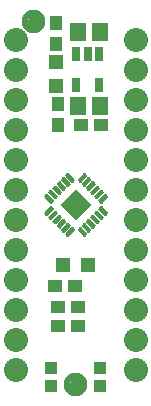
<source format=gbr>
G04 EAGLE Gerber RS-274X export*
G75*
%MOMM*%
%FSLAX34Y34*%
%LPD*%
%INSoldermask Top*%
%IPPOS*%
%AMOC8*
5,1,8,0,0,1.08239X$1,22.5*%
G01*
%ADD10C,1.101600*%
%ADD11C,0.500000*%
%ADD12C,0.240406*%
%ADD13R,1.879600X1.879600*%
%ADD14R,0.651600X1.301600*%
%ADD15R,1.341600X1.601600*%
%ADD16R,1.201600X1.101600*%
%ADD17R,1.001600X1.001600*%
%ADD18R,1.101600X1.201600*%
%ADD19C,2.032000*%
%ADD20R,1.301600X1.301600*%


D10*
X63500Y12700D03*
D11*
X71000Y12700D02*
X70998Y12881D01*
X70991Y13062D01*
X70980Y13243D01*
X70965Y13424D01*
X70945Y13604D01*
X70921Y13784D01*
X70893Y13963D01*
X70860Y14141D01*
X70823Y14318D01*
X70782Y14495D01*
X70737Y14670D01*
X70687Y14845D01*
X70633Y15018D01*
X70575Y15189D01*
X70513Y15360D01*
X70446Y15528D01*
X70376Y15695D01*
X70302Y15861D01*
X70223Y16024D01*
X70141Y16185D01*
X70055Y16345D01*
X69965Y16502D01*
X69871Y16657D01*
X69774Y16810D01*
X69672Y16960D01*
X69568Y17108D01*
X69459Y17254D01*
X69348Y17396D01*
X69232Y17536D01*
X69114Y17673D01*
X68992Y17808D01*
X68867Y17939D01*
X68739Y18067D01*
X68608Y18192D01*
X68473Y18314D01*
X68336Y18432D01*
X68196Y18548D01*
X68054Y18659D01*
X67908Y18768D01*
X67760Y18872D01*
X67610Y18974D01*
X67457Y19071D01*
X67302Y19165D01*
X67145Y19255D01*
X66985Y19341D01*
X66824Y19423D01*
X66661Y19502D01*
X66495Y19576D01*
X66328Y19646D01*
X66160Y19713D01*
X65989Y19775D01*
X65818Y19833D01*
X65645Y19887D01*
X65470Y19937D01*
X65295Y19982D01*
X65118Y20023D01*
X64941Y20060D01*
X64763Y20093D01*
X64584Y20121D01*
X64404Y20145D01*
X64224Y20165D01*
X64043Y20180D01*
X63862Y20191D01*
X63681Y20198D01*
X63500Y20200D01*
X71000Y12700D02*
X70998Y12519D01*
X70991Y12338D01*
X70980Y12157D01*
X70965Y11976D01*
X70945Y11796D01*
X70921Y11616D01*
X70893Y11437D01*
X70860Y11259D01*
X70823Y11082D01*
X70782Y10905D01*
X70737Y10730D01*
X70687Y10555D01*
X70633Y10382D01*
X70575Y10211D01*
X70513Y10040D01*
X70446Y9872D01*
X70376Y9705D01*
X70302Y9539D01*
X70223Y9376D01*
X70141Y9215D01*
X70055Y9055D01*
X69965Y8898D01*
X69871Y8743D01*
X69774Y8590D01*
X69672Y8440D01*
X69568Y8292D01*
X69459Y8146D01*
X69348Y8004D01*
X69232Y7864D01*
X69114Y7727D01*
X68992Y7592D01*
X68867Y7461D01*
X68739Y7333D01*
X68608Y7208D01*
X68473Y7086D01*
X68336Y6968D01*
X68196Y6852D01*
X68054Y6741D01*
X67908Y6632D01*
X67760Y6528D01*
X67610Y6426D01*
X67457Y6329D01*
X67302Y6235D01*
X67145Y6145D01*
X66985Y6059D01*
X66824Y5977D01*
X66661Y5898D01*
X66495Y5824D01*
X66328Y5754D01*
X66160Y5687D01*
X65989Y5625D01*
X65818Y5567D01*
X65645Y5513D01*
X65470Y5463D01*
X65295Y5418D01*
X65118Y5377D01*
X64941Y5340D01*
X64763Y5307D01*
X64584Y5279D01*
X64404Y5255D01*
X64224Y5235D01*
X64043Y5220D01*
X63862Y5209D01*
X63681Y5202D01*
X63500Y5200D01*
X63319Y5202D01*
X63138Y5209D01*
X62957Y5220D01*
X62776Y5235D01*
X62596Y5255D01*
X62416Y5279D01*
X62237Y5307D01*
X62059Y5340D01*
X61882Y5377D01*
X61705Y5418D01*
X61530Y5463D01*
X61355Y5513D01*
X61182Y5567D01*
X61011Y5625D01*
X60840Y5687D01*
X60672Y5754D01*
X60505Y5824D01*
X60339Y5898D01*
X60176Y5977D01*
X60015Y6059D01*
X59855Y6145D01*
X59698Y6235D01*
X59543Y6329D01*
X59390Y6426D01*
X59240Y6528D01*
X59092Y6632D01*
X58946Y6741D01*
X58804Y6852D01*
X58664Y6968D01*
X58527Y7086D01*
X58392Y7208D01*
X58261Y7333D01*
X58133Y7461D01*
X58008Y7592D01*
X57886Y7727D01*
X57768Y7864D01*
X57652Y8004D01*
X57541Y8146D01*
X57432Y8292D01*
X57328Y8440D01*
X57226Y8590D01*
X57129Y8743D01*
X57035Y8898D01*
X56945Y9055D01*
X56859Y9215D01*
X56777Y9376D01*
X56698Y9539D01*
X56624Y9705D01*
X56554Y9872D01*
X56487Y10040D01*
X56425Y10211D01*
X56367Y10382D01*
X56313Y10555D01*
X56263Y10730D01*
X56218Y10905D01*
X56177Y11082D01*
X56140Y11259D01*
X56107Y11437D01*
X56079Y11616D01*
X56055Y11796D01*
X56035Y11976D01*
X56020Y12157D01*
X56009Y12338D01*
X56002Y12519D01*
X56000Y12700D01*
X56002Y12881D01*
X56009Y13062D01*
X56020Y13243D01*
X56035Y13424D01*
X56055Y13604D01*
X56079Y13784D01*
X56107Y13963D01*
X56140Y14141D01*
X56177Y14318D01*
X56218Y14495D01*
X56263Y14670D01*
X56313Y14845D01*
X56367Y15018D01*
X56425Y15189D01*
X56487Y15360D01*
X56554Y15528D01*
X56624Y15695D01*
X56698Y15861D01*
X56777Y16024D01*
X56859Y16185D01*
X56945Y16345D01*
X57035Y16502D01*
X57129Y16657D01*
X57226Y16810D01*
X57328Y16960D01*
X57432Y17108D01*
X57541Y17254D01*
X57652Y17396D01*
X57768Y17536D01*
X57886Y17673D01*
X58008Y17808D01*
X58133Y17939D01*
X58261Y18067D01*
X58392Y18192D01*
X58527Y18314D01*
X58664Y18432D01*
X58804Y18548D01*
X58946Y18659D01*
X59092Y18768D01*
X59240Y18872D01*
X59390Y18974D01*
X59543Y19071D01*
X59698Y19165D01*
X59855Y19255D01*
X60015Y19341D01*
X60176Y19423D01*
X60339Y19502D01*
X60505Y19576D01*
X60672Y19646D01*
X60840Y19713D01*
X61011Y19775D01*
X61182Y19833D01*
X61355Y19887D01*
X61530Y19937D01*
X61705Y19982D01*
X61882Y20023D01*
X62059Y20060D01*
X62237Y20093D01*
X62416Y20121D01*
X62596Y20145D01*
X62776Y20165D01*
X62957Y20180D01*
X63138Y20191D01*
X63319Y20198D01*
X63500Y20200D01*
D10*
X27940Y320040D03*
D11*
X35440Y320040D02*
X35438Y320221D01*
X35431Y320402D01*
X35420Y320583D01*
X35405Y320764D01*
X35385Y320944D01*
X35361Y321124D01*
X35333Y321303D01*
X35300Y321481D01*
X35263Y321658D01*
X35222Y321835D01*
X35177Y322010D01*
X35127Y322185D01*
X35073Y322358D01*
X35015Y322529D01*
X34953Y322700D01*
X34886Y322868D01*
X34816Y323035D01*
X34742Y323201D01*
X34663Y323364D01*
X34581Y323525D01*
X34495Y323685D01*
X34405Y323842D01*
X34311Y323997D01*
X34214Y324150D01*
X34112Y324300D01*
X34008Y324448D01*
X33899Y324594D01*
X33788Y324736D01*
X33672Y324876D01*
X33554Y325013D01*
X33432Y325148D01*
X33307Y325279D01*
X33179Y325407D01*
X33048Y325532D01*
X32913Y325654D01*
X32776Y325772D01*
X32636Y325888D01*
X32494Y325999D01*
X32348Y326108D01*
X32200Y326212D01*
X32050Y326314D01*
X31897Y326411D01*
X31742Y326505D01*
X31585Y326595D01*
X31425Y326681D01*
X31264Y326763D01*
X31101Y326842D01*
X30935Y326916D01*
X30768Y326986D01*
X30600Y327053D01*
X30429Y327115D01*
X30258Y327173D01*
X30085Y327227D01*
X29910Y327277D01*
X29735Y327322D01*
X29558Y327363D01*
X29381Y327400D01*
X29203Y327433D01*
X29024Y327461D01*
X28844Y327485D01*
X28664Y327505D01*
X28483Y327520D01*
X28302Y327531D01*
X28121Y327538D01*
X27940Y327540D01*
X35440Y320040D02*
X35438Y319859D01*
X35431Y319678D01*
X35420Y319497D01*
X35405Y319316D01*
X35385Y319136D01*
X35361Y318956D01*
X35333Y318777D01*
X35300Y318599D01*
X35263Y318422D01*
X35222Y318245D01*
X35177Y318070D01*
X35127Y317895D01*
X35073Y317722D01*
X35015Y317551D01*
X34953Y317380D01*
X34886Y317212D01*
X34816Y317045D01*
X34742Y316879D01*
X34663Y316716D01*
X34581Y316555D01*
X34495Y316395D01*
X34405Y316238D01*
X34311Y316083D01*
X34214Y315930D01*
X34112Y315780D01*
X34008Y315632D01*
X33899Y315486D01*
X33788Y315344D01*
X33672Y315204D01*
X33554Y315067D01*
X33432Y314932D01*
X33307Y314801D01*
X33179Y314673D01*
X33048Y314548D01*
X32913Y314426D01*
X32776Y314308D01*
X32636Y314192D01*
X32494Y314081D01*
X32348Y313972D01*
X32200Y313868D01*
X32050Y313766D01*
X31897Y313669D01*
X31742Y313575D01*
X31585Y313485D01*
X31425Y313399D01*
X31264Y313317D01*
X31101Y313238D01*
X30935Y313164D01*
X30768Y313094D01*
X30600Y313027D01*
X30429Y312965D01*
X30258Y312907D01*
X30085Y312853D01*
X29910Y312803D01*
X29735Y312758D01*
X29558Y312717D01*
X29381Y312680D01*
X29203Y312647D01*
X29024Y312619D01*
X28844Y312595D01*
X28664Y312575D01*
X28483Y312560D01*
X28302Y312549D01*
X28121Y312542D01*
X27940Y312540D01*
X27759Y312542D01*
X27578Y312549D01*
X27397Y312560D01*
X27216Y312575D01*
X27036Y312595D01*
X26856Y312619D01*
X26677Y312647D01*
X26499Y312680D01*
X26322Y312717D01*
X26145Y312758D01*
X25970Y312803D01*
X25795Y312853D01*
X25622Y312907D01*
X25451Y312965D01*
X25280Y313027D01*
X25112Y313094D01*
X24945Y313164D01*
X24779Y313238D01*
X24616Y313317D01*
X24455Y313399D01*
X24295Y313485D01*
X24138Y313575D01*
X23983Y313669D01*
X23830Y313766D01*
X23680Y313868D01*
X23532Y313972D01*
X23386Y314081D01*
X23244Y314192D01*
X23104Y314308D01*
X22967Y314426D01*
X22832Y314548D01*
X22701Y314673D01*
X22573Y314801D01*
X22448Y314932D01*
X22326Y315067D01*
X22208Y315204D01*
X22092Y315344D01*
X21981Y315486D01*
X21872Y315632D01*
X21768Y315780D01*
X21666Y315930D01*
X21569Y316083D01*
X21475Y316238D01*
X21385Y316395D01*
X21299Y316555D01*
X21217Y316716D01*
X21138Y316879D01*
X21064Y317045D01*
X20994Y317212D01*
X20927Y317380D01*
X20865Y317551D01*
X20807Y317722D01*
X20753Y317895D01*
X20703Y318070D01*
X20658Y318245D01*
X20617Y318422D01*
X20580Y318599D01*
X20547Y318777D01*
X20519Y318956D01*
X20495Y319136D01*
X20475Y319316D01*
X20460Y319497D01*
X20449Y319678D01*
X20442Y319859D01*
X20440Y320040D01*
X20442Y320221D01*
X20449Y320402D01*
X20460Y320583D01*
X20475Y320764D01*
X20495Y320944D01*
X20519Y321124D01*
X20547Y321303D01*
X20580Y321481D01*
X20617Y321658D01*
X20658Y321835D01*
X20703Y322010D01*
X20753Y322185D01*
X20807Y322358D01*
X20865Y322529D01*
X20927Y322700D01*
X20994Y322868D01*
X21064Y323035D01*
X21138Y323201D01*
X21217Y323364D01*
X21299Y323525D01*
X21385Y323685D01*
X21475Y323842D01*
X21569Y323997D01*
X21666Y324150D01*
X21768Y324300D01*
X21872Y324448D01*
X21981Y324594D01*
X22092Y324736D01*
X22208Y324876D01*
X22326Y325013D01*
X22448Y325148D01*
X22573Y325279D01*
X22701Y325407D01*
X22832Y325532D01*
X22967Y325654D01*
X23104Y325772D01*
X23244Y325888D01*
X23386Y325999D01*
X23532Y326108D01*
X23680Y326212D01*
X23830Y326314D01*
X23983Y326411D01*
X24138Y326505D01*
X24295Y326595D01*
X24455Y326681D01*
X24616Y326763D01*
X24779Y326842D01*
X24945Y326916D01*
X25112Y326986D01*
X25280Y327053D01*
X25451Y327115D01*
X25622Y327173D01*
X25795Y327227D01*
X25970Y327277D01*
X26145Y327322D01*
X26322Y327363D01*
X26499Y327400D01*
X26677Y327433D01*
X26856Y327461D01*
X27036Y327485D01*
X27216Y327505D01*
X27397Y327520D01*
X27578Y327531D01*
X27759Y327538D01*
X27940Y327540D01*
D12*
X56359Y190917D02*
X61033Y186243D01*
X60035Y185245D01*
X55361Y189919D01*
X56359Y190917D01*
X57751Y187529D02*
X59747Y187529D01*
X57463Y189813D02*
X55467Y189813D01*
X52823Y187381D02*
X57497Y182707D01*
X56499Y181709D01*
X51825Y186383D01*
X52823Y187381D01*
X54215Y183993D02*
X56211Y183993D01*
X53927Y186277D02*
X51931Y186277D01*
X49288Y183846D02*
X53962Y179172D01*
X52964Y178174D01*
X48290Y182848D01*
X49288Y183846D01*
X50680Y180458D02*
X52676Y180458D01*
X50392Y182742D02*
X48396Y182742D01*
X45752Y180310D02*
X50426Y175636D01*
X49428Y174638D01*
X44754Y179312D01*
X45752Y180310D01*
X47144Y176922D02*
X49140Y176922D01*
X46856Y179206D02*
X44860Y179206D01*
X42217Y176775D02*
X46891Y172101D01*
X45893Y171103D01*
X41219Y175777D01*
X42217Y176775D01*
X43609Y173387D02*
X45605Y173387D01*
X43321Y175671D02*
X41325Y175671D01*
X38681Y173239D02*
X43355Y168565D01*
X42357Y167567D01*
X37683Y172241D01*
X38681Y173239D01*
X40073Y169851D02*
X42069Y169851D01*
X39785Y172135D02*
X37789Y172135D01*
X43355Y161635D02*
X38681Y156961D01*
X37683Y157959D01*
X42357Y162633D01*
X43355Y161635D01*
X40965Y159245D02*
X38969Y159245D01*
X41253Y161529D02*
X43249Y161529D01*
X46891Y158099D02*
X42217Y153425D01*
X41219Y154423D01*
X45893Y159097D01*
X46891Y158099D01*
X44501Y155709D02*
X42505Y155709D01*
X44789Y157993D02*
X46785Y157993D01*
X50426Y154564D02*
X45752Y149890D01*
X44754Y150888D01*
X49428Y155562D01*
X50426Y154564D01*
X48036Y152174D02*
X46040Y152174D01*
X48324Y154458D02*
X50320Y154458D01*
X53962Y151028D02*
X49288Y146354D01*
X48290Y147352D01*
X52964Y152026D01*
X53962Y151028D01*
X51572Y148638D02*
X49576Y148638D01*
X51860Y150922D02*
X53856Y150922D01*
X57497Y147493D02*
X52823Y142819D01*
X51825Y143817D01*
X56499Y148491D01*
X57497Y147493D01*
X55107Y145103D02*
X53111Y145103D01*
X55395Y147387D02*
X57391Y147387D01*
X61033Y143957D02*
X56359Y139283D01*
X55361Y140281D01*
X60035Y144955D01*
X61033Y143957D01*
X58643Y141567D02*
X56647Y141567D01*
X58931Y143851D02*
X60927Y143851D01*
X65967Y143957D02*
X70641Y139283D01*
X65967Y143957D02*
X66965Y144955D01*
X71639Y140281D01*
X70641Y139283D01*
X70353Y141567D02*
X68357Y141567D01*
X68069Y143851D02*
X66073Y143851D01*
X69503Y147493D02*
X74177Y142819D01*
X69503Y147493D02*
X70501Y148491D01*
X75175Y143817D01*
X74177Y142819D01*
X73889Y145103D02*
X71893Y145103D01*
X71605Y147387D02*
X69609Y147387D01*
X73038Y151028D02*
X77712Y146354D01*
X73038Y151028D02*
X74036Y152026D01*
X78710Y147352D01*
X77712Y146354D01*
X77424Y148638D02*
X75428Y148638D01*
X75140Y150922D02*
X73144Y150922D01*
X76574Y154564D02*
X81248Y149890D01*
X76574Y154564D02*
X77572Y155562D01*
X82246Y150888D01*
X81248Y149890D01*
X80960Y152174D02*
X78964Y152174D01*
X78676Y154458D02*
X76680Y154458D01*
X80109Y158099D02*
X84783Y153425D01*
X80109Y158099D02*
X81107Y159097D01*
X85781Y154423D01*
X84783Y153425D01*
X84495Y155709D02*
X82499Y155709D01*
X82211Y157993D02*
X80215Y157993D01*
X83645Y161635D02*
X88319Y156961D01*
X83645Y161635D02*
X84643Y162633D01*
X89317Y157959D01*
X88319Y156961D01*
X88031Y159245D02*
X86035Y159245D01*
X85747Y161529D02*
X83751Y161529D01*
X83645Y168565D02*
X88319Y173239D01*
X89317Y172241D01*
X84643Y167567D01*
X83645Y168565D01*
X84931Y169851D02*
X86927Y169851D01*
X87215Y172135D02*
X89211Y172135D01*
X84783Y176775D02*
X80109Y172101D01*
X84783Y176775D02*
X85781Y175777D01*
X81107Y171103D01*
X80109Y172101D01*
X81395Y173387D02*
X83391Y173387D01*
X83679Y175671D02*
X85675Y175671D01*
X81248Y180310D02*
X76574Y175636D01*
X81248Y180310D02*
X82246Y179312D01*
X77572Y174638D01*
X76574Y175636D01*
X77860Y176922D02*
X79856Y176922D01*
X80144Y179206D02*
X82140Y179206D01*
X77712Y183846D02*
X73038Y179172D01*
X77712Y183846D02*
X78710Y182848D01*
X74036Y178174D01*
X73038Y179172D01*
X74324Y180458D02*
X76320Y180458D01*
X76608Y182742D02*
X78604Y182742D01*
X74177Y187381D02*
X69503Y182707D01*
X74177Y187381D02*
X75175Y186383D01*
X70501Y181709D01*
X69503Y182707D01*
X70789Y183993D02*
X72785Y183993D01*
X73073Y186277D02*
X75069Y186277D01*
X70641Y190917D02*
X65967Y186243D01*
X70641Y190917D02*
X71639Y189919D01*
X66965Y185245D01*
X65967Y186243D01*
X67253Y187529D02*
X69249Y187529D01*
X69537Y189813D02*
X71533Y189813D01*
D13*
G36*
X63500Y151810D02*
X50210Y165100D01*
X63500Y178390D01*
X76790Y165100D01*
X63500Y151810D01*
G37*
D14*
X83160Y292401D03*
X73660Y292401D03*
X64160Y292401D03*
X64160Y266399D03*
X83160Y266399D03*
D15*
X84430Y248920D03*
X65430Y248920D03*
D16*
X84700Y232410D03*
X67700Y232410D03*
D15*
X84430Y311150D03*
X65430Y311150D03*
D17*
X43000Y11050D03*
X43000Y27050D03*
X84000Y27050D03*
X84000Y11050D03*
D18*
X48260Y232800D03*
X48260Y249800D03*
D19*
X12700Y304800D03*
X12700Y279400D03*
X12700Y254000D03*
X12700Y228600D03*
X12700Y203200D03*
X12700Y177800D03*
X12700Y152400D03*
X12700Y127000D03*
X12700Y101600D03*
X12700Y76200D03*
X12700Y50800D03*
X12700Y25400D03*
X114300Y304800D03*
X114300Y279400D03*
X114300Y254000D03*
X114300Y228600D03*
X114300Y203200D03*
X114300Y177800D03*
X114300Y152400D03*
X114300Y127000D03*
X114300Y101600D03*
X114300Y76200D03*
X114300Y50800D03*
X114300Y25400D03*
D20*
X53000Y114300D03*
X74000Y114300D03*
X46990Y286090D03*
X46990Y265090D03*
D16*
X63110Y96520D03*
X46110Y96520D03*
D18*
X46990Y301380D03*
X46990Y318380D03*
D16*
X48650Y62230D03*
X65650Y62230D03*
X48650Y78740D03*
X65650Y78740D03*
M02*

</source>
